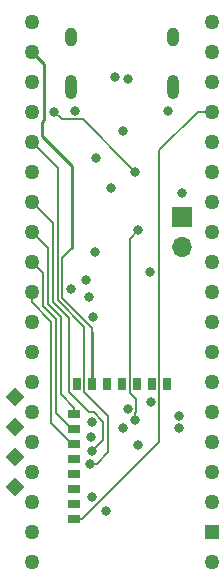
<source format=gbr>
G04 #@! TF.GenerationSoftware,KiCad,Pcbnew,(5.1.8)-1*
G04 #@! TF.CreationDate,2021-06-12T10:53:30+02:00*
G04 #@! TF.ProjectId,BlueMacro,426c7565-4d61-4637-926f-2e6b69636164,rev?*
G04 #@! TF.SameCoordinates,Original*
G04 #@! TF.FileFunction,Copper,L3,Inr*
G04 #@! TF.FilePolarity,Positive*
%FSLAX46Y46*%
G04 Gerber Fmt 4.6, Leading zero omitted, Abs format (unit mm)*
G04 Created by KiCad (PCBNEW (5.1.8)-1) date 2021-06-12 10:53:30*
%MOMM*%
%LPD*%
G01*
G04 APERTURE LIST*
G04 #@! TA.AperFunction,ComponentPad*
%ADD10R,0.650000X1.000000*%
G04 #@! TD*
G04 #@! TA.AperFunction,ComponentPad*
%ADD11R,1.000000X0.650000*%
G04 #@! TD*
G04 #@! TA.AperFunction,WasherPad*
%ADD12C,1.270000*%
G04 #@! TD*
G04 #@! TA.AperFunction,ComponentPad*
%ADD13C,1.270000*%
G04 #@! TD*
G04 #@! TA.AperFunction,ComponentPad*
%ADD14R,1.250000X1.250000*%
G04 #@! TD*
G04 #@! TA.AperFunction,ComponentPad*
%ADD15R,1.700000X1.700000*%
G04 #@! TD*
G04 #@! TA.AperFunction,ComponentPad*
%ADD16O,1.700000X1.700000*%
G04 #@! TD*
G04 #@! TA.AperFunction,ComponentPad*
%ADD17O,1.000000X1.600000*%
G04 #@! TD*
G04 #@! TA.AperFunction,ComponentPad*
%ADD18O,1.000000X2.100000*%
G04 #@! TD*
G04 #@! TA.AperFunction,ComponentPad*
%ADD19C,0.100000*%
G04 #@! TD*
G04 #@! TA.AperFunction,ViaPad*
%ADD20C,0.800000*%
G04 #@! TD*
G04 #@! TA.AperFunction,Conductor*
%ADD21C,0.200000*%
G04 #@! TD*
G04 #@! TA.AperFunction,Conductor*
%ADD22C,0.250000*%
G04 #@! TD*
G04 APERTURE END LIST*
D10*
X48283000Y-58607000D03*
X44473000Y-58607000D03*
X45743000Y-58607000D03*
X49553000Y-58607000D03*
X47013000Y-58607000D03*
X52093000Y-58607000D03*
X50823000Y-58607000D03*
D11*
X44219000Y-70037000D03*
X44219000Y-68767000D03*
X44219000Y-67497000D03*
X44219000Y-66227000D03*
X44219000Y-64957000D03*
X44219000Y-63687000D03*
X44219000Y-62417000D03*
X44219000Y-61147000D03*
D12*
X55880000Y-27940000D03*
X40640000Y-27940000D03*
X55880000Y-73660000D03*
X40640000Y-73660000D03*
D13*
X40640000Y-71120000D03*
X40640000Y-68580000D03*
X40640000Y-66040000D03*
X40640000Y-63500000D03*
X40640000Y-60960000D03*
X40640000Y-53340000D03*
X40640000Y-50800000D03*
X40640000Y-48260000D03*
X40640000Y-55880000D03*
X40640000Y-58420000D03*
D14*
X55880000Y-71120000D03*
D13*
X55880000Y-68580000D03*
X55880000Y-66040000D03*
X55880000Y-63500000D03*
X55880000Y-60960000D03*
X55880000Y-58420000D03*
X55880000Y-55880000D03*
X55880000Y-53340000D03*
X55880000Y-50800000D03*
X55880000Y-48260000D03*
X55880000Y-45720000D03*
X55880000Y-43180000D03*
X40640000Y-45720000D03*
X40640000Y-43180000D03*
X40640000Y-40640000D03*
X40640000Y-38100000D03*
X40640000Y-35560000D03*
X40640000Y-33020000D03*
X40640000Y-30480000D03*
X55880000Y-30480000D03*
X55880000Y-33020000D03*
X55880000Y-35560000D03*
X55880000Y-38100000D03*
X55880000Y-40640000D03*
D15*
X53340000Y-44450000D03*
D16*
X53340000Y-46990000D03*
D17*
X43940000Y-29270000D03*
X52580000Y-29270000D03*
D18*
X43940000Y-33450000D03*
X52580000Y-33450000D03*
G04 #@! TA.AperFunction,ComponentPad*
D19*
G36*
X39243000Y-60467817D02*
G01*
X38465183Y-59690000D01*
X39243000Y-58912183D01*
X40020817Y-59690000D01*
X39243000Y-60467817D01*
G37*
G04 #@! TD.AperFunction*
G04 #@! TA.AperFunction,ComponentPad*
G36*
X39243000Y-63007817D02*
G01*
X38465183Y-62230000D01*
X39243000Y-61452183D01*
X40020817Y-62230000D01*
X39243000Y-63007817D01*
G37*
G04 #@! TD.AperFunction*
G04 #@! TA.AperFunction,ComponentPad*
G36*
X39243000Y-65547817D02*
G01*
X38465183Y-64770000D01*
X39243000Y-63992183D01*
X40020817Y-64770000D01*
X39243000Y-65547817D01*
G37*
G04 #@! TD.AperFunction*
G04 #@! TA.AperFunction,ComponentPad*
G36*
X39243000Y-68087817D02*
G01*
X38465183Y-67310000D01*
X39243000Y-66532183D01*
X40020817Y-67310000D01*
X39243000Y-68087817D01*
G37*
G04 #@! TD.AperFunction*
D20*
X53340000Y-42418000D03*
X52203831Y-35488064D03*
X44316172Y-35488067D03*
X43942000Y-50546000D03*
X47371000Y-42037000D03*
X49657000Y-63754000D03*
X48338011Y-62357000D03*
X46101000Y-39522400D03*
X45510218Y-51246002D03*
X50673000Y-49149000D03*
X45835649Y-52973684D03*
X49657000Y-45593000D03*
X49403000Y-61631990D03*
X48387000Y-37211000D03*
X45966029Y-47482409D03*
X45755300Y-68160775D03*
X48768000Y-32766000D03*
X45666660Y-63121540D03*
X47726976Y-32628914D03*
X45719991Y-61848991D03*
X45247876Y-49774684D03*
X45574265Y-65386271D03*
X45758100Y-64297560D03*
X53085990Y-62357000D03*
X53086000Y-61341000D03*
X42545000Y-35560000D03*
X49403000Y-40640000D03*
X48768000Y-60706000D03*
X50747991Y-60161560D03*
X46956980Y-69377560D03*
D21*
X49468001Y-61001304D02*
X49403000Y-61066305D01*
X48927999Y-46322001D02*
X48927999Y-59347001D01*
X48927999Y-59347001D02*
X49468001Y-59887003D01*
X49657000Y-45593000D02*
X48927999Y-46322001D01*
X49468001Y-59887003D02*
X49468001Y-61001304D01*
X49403000Y-61066305D02*
X49403000Y-61631990D01*
X54737000Y-35560000D02*
X55880000Y-35560000D01*
X51448001Y-38848999D02*
X54737000Y-35560000D01*
X51448001Y-63507999D02*
X51448001Y-38848999D01*
X44219000Y-70037000D02*
X44919000Y-70037000D01*
X44919000Y-70037000D02*
X51448001Y-63507999D01*
X47117000Y-64409221D02*
X46139950Y-65386271D01*
X45098001Y-59327003D02*
X47117000Y-61346002D01*
X45098001Y-53791701D02*
X45098001Y-59327003D01*
X42841988Y-40301988D02*
X42841988Y-51535688D01*
X42841988Y-51535688D02*
X45098001Y-53791701D01*
X46139950Y-65386271D02*
X45574265Y-65386271D01*
X40640000Y-38100000D02*
X42841988Y-40301988D01*
X47117000Y-61346002D02*
X47117000Y-64409221D01*
X40640000Y-43180000D02*
X42441977Y-44981977D01*
X42441977Y-44981977D02*
X42441977Y-51701377D01*
X46716989Y-61809987D02*
X46716989Y-63338671D01*
X42441977Y-51701377D02*
X43815000Y-53074400D01*
X45522997Y-61021999D02*
X45929001Y-61021999D01*
X45929001Y-61021999D02*
X46716989Y-61809987D01*
X46716989Y-63338671D02*
X45758100Y-64297560D01*
X43815000Y-53074400D02*
X43815000Y-59314002D01*
X43815000Y-59314002D02*
X45522997Y-61021999D01*
D22*
X45743000Y-58607000D02*
X45743000Y-54230951D01*
D21*
X45743000Y-54230951D02*
X45743000Y-53871000D01*
X45743000Y-53871000D02*
X43241999Y-51369999D01*
X43241999Y-47925674D02*
X44069000Y-47098673D01*
X43241999Y-51369999D02*
X43241999Y-47925674D01*
D22*
X44069000Y-40189002D02*
X41529000Y-37649002D01*
X44069000Y-47098673D02*
X44069000Y-40189002D01*
X41529000Y-37649002D02*
X41529000Y-36449000D01*
X41274999Y-31114999D02*
X40640000Y-30480000D01*
X41529000Y-36449000D02*
X41692998Y-36285002D01*
X41692998Y-36285002D02*
X41692998Y-31532998D01*
X41692998Y-31532998D02*
X41274999Y-31114999D01*
D21*
X42291000Y-53349025D02*
X42291000Y-61934000D01*
X40640000Y-51698025D02*
X42291000Y-53349025D01*
X42291000Y-61934000D02*
X44044000Y-63687000D01*
X44044000Y-63687000D02*
X44219000Y-63687000D01*
X40640000Y-50800000D02*
X40640000Y-51698025D01*
X42691011Y-53081811D02*
X41641955Y-52032755D01*
X44219000Y-62417000D02*
X44044000Y-62417000D01*
X44044000Y-62417000D02*
X42691011Y-61064011D01*
X42691011Y-61064011D02*
X42691011Y-53081811D01*
X41274999Y-48894999D02*
X40640000Y-48260000D01*
X41641955Y-49261955D02*
X41274999Y-48894999D01*
X41641955Y-52032755D02*
X41641955Y-49261955D01*
X42041966Y-47121966D02*
X42041966Y-51867066D01*
X43091022Y-52916122D02*
X43091022Y-59494022D01*
X44219000Y-60622000D02*
X44219000Y-61147000D01*
X43091022Y-59494022D02*
X44219000Y-60622000D01*
X40640000Y-45720000D02*
X42041966Y-47121966D01*
X42041966Y-51867066D02*
X43091022Y-52916122D01*
X42545000Y-35560000D02*
X43180000Y-36195000D01*
X44958000Y-36195000D02*
X49003001Y-40240001D01*
X43180000Y-36195000D02*
X44958000Y-36195000D01*
X49003001Y-40240001D02*
X49403000Y-40640000D01*
M02*

</source>
